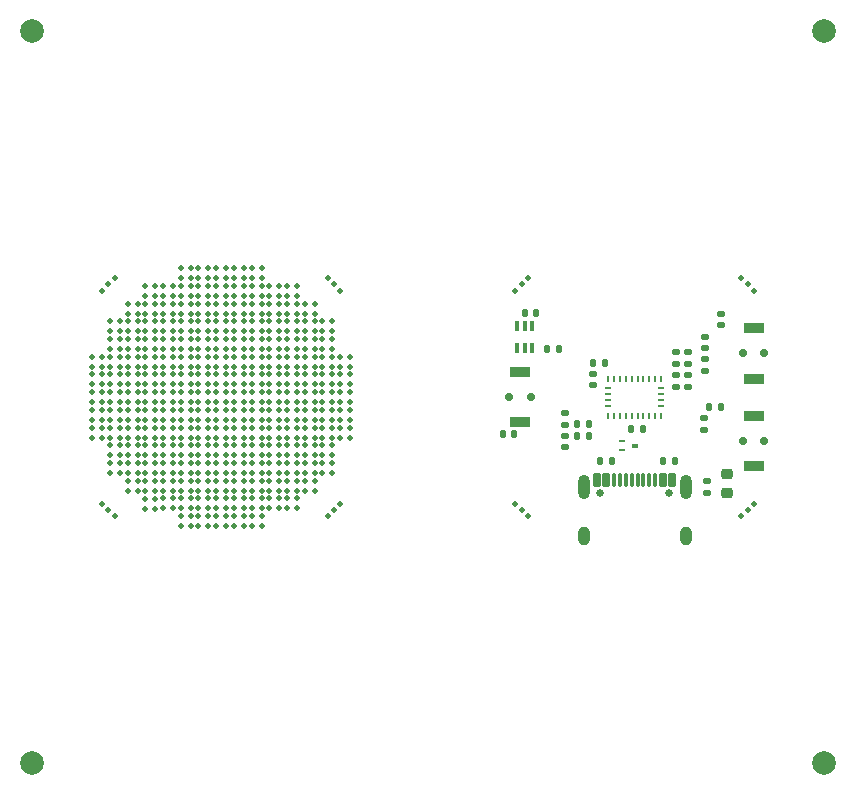
<source format=gbr>
%TF.GenerationSoftware,KiCad,Pcbnew,8.0.2-1*%
%TF.CreationDate,2025-04-12T14:57:52-07:00*%
%TF.ProjectId,Small_Pendant,536d616c-6c5f-4506-956e-64616e742e6b,rev?*%
%TF.SameCoordinates,Original*%
%TF.FileFunction,Soldermask,Top*%
%TF.FilePolarity,Negative*%
%FSLAX46Y46*%
G04 Gerber Fmt 4.6, Leading zero omitted, Abs format (unit mm)*
G04 Created by KiCad (PCBNEW 8.0.2-1) date 2025-04-12 14:57:52*
%MOMM*%
%LPD*%
G01*
G04 APERTURE LIST*
G04 Aperture macros list*
%AMRoundRect*
0 Rectangle with rounded corners*
0 $1 Rounding radius*
0 $2 $3 $4 $5 $6 $7 $8 $9 X,Y pos of 4 corners*
0 Add a 4 corners polygon primitive as box body*
4,1,4,$2,$3,$4,$5,$6,$7,$8,$9,$2,$3,0*
0 Add four circle primitives for the rounded corners*
1,1,$1+$1,$2,$3*
1,1,$1+$1,$4,$5*
1,1,$1+$1,$6,$7*
1,1,$1+$1,$8,$9*
0 Add four rect primitives between the rounded corners*
20,1,$1+$1,$2,$3,$4,$5,0*
20,1,$1+$1,$4,$5,$6,$7,0*
20,1,$1+$1,$6,$7,$8,$9,0*
20,1,$1+$1,$8,$9,$2,$3,0*%
G04 Aperture macros list end*
%ADD10C,2.000000*%
%ADD11RoundRect,0.112500X-0.112500X-0.112500X0.112500X-0.112500X0.112500X0.112500X-0.112500X0.112500X0*%
%ADD12RoundRect,0.112500X0.112500X0.112500X-0.112500X0.112500X-0.112500X-0.112500X0.112500X-0.112500X0*%
%ADD13C,0.700000*%
%ADD14R,1.700000X0.845000*%
%ADD15R,1.700000X0.850000*%
%ADD16RoundRect,0.135000X0.185000X-0.135000X0.185000X0.135000X-0.185000X0.135000X-0.185000X-0.135000X0*%
%ADD17RoundRect,0.140000X-0.170000X0.140000X-0.170000X-0.140000X0.170000X-0.140000X0.170000X0.140000X0*%
%ADD18RoundRect,0.140000X0.170000X-0.140000X0.170000X0.140000X-0.170000X0.140000X-0.170000X-0.140000X0*%
%ADD19RoundRect,0.140000X-0.140000X-0.170000X0.140000X-0.170000X0.140000X0.170000X-0.140000X0.170000X0*%
%ADD20RoundRect,0.135000X-0.185000X0.135000X-0.185000X-0.135000X0.185000X-0.135000X0.185000X0.135000X0*%
%ADD21C,0.650000*%
%ADD22RoundRect,0.060000X-0.240000X-0.515000X0.240000X-0.515000X0.240000X0.515000X-0.240000X0.515000X0*%
%ADD23RoundRect,0.030000X-0.120000X-0.545000X0.120000X-0.545000X0.120000X0.545000X-0.120000X0.545000X0*%
%ADD24O,1.000000X2.100000*%
%ADD25O,1.000000X1.600000*%
%ADD26R,0.250000X0.500000*%
%ADD27R,0.500000X0.250000*%
%ADD28C,0.500000*%
%ADD29RoundRect,0.140000X0.140000X0.170000X-0.140000X0.170000X-0.140000X-0.170000X0.140000X-0.170000X0*%
%ADD30RoundRect,0.135000X-0.135000X-0.185000X0.135000X-0.185000X0.135000X0.185000X-0.135000X0.185000X0*%
%ADD31R,0.320000X0.840000*%
%ADD32RoundRect,0.218750X-0.256250X0.218750X-0.256250X-0.218750X0.256250X-0.218750X0.256250X0.218750X0*%
%ADD33R,0.490000X0.290000*%
%ADD34R,0.490000X0.430000*%
%ADD35RoundRect,0.135000X0.135000X0.185000X-0.135000X0.185000X-0.135000X-0.185000X0.135000X-0.185000X0*%
G04 APERTURE END LIST*
D10*
%TO.C,REF\u002A\u002A*%
X101000000Y-34000000D03*
%TD*%
D11*
%TO.C,D135*%
X51075000Y-69075000D03*
X51925000Y-69075000D03*
X51075000Y-69925000D03*
X51925000Y-69925000D03*
%TD*%
D12*
%TO.C,D14*%
X51925000Y-56425000D03*
X51075000Y-56425000D03*
X51925000Y-55575000D03*
X51075000Y-55575000D03*
%TD*%
%TO.C,D115*%
X39925000Y-68425000D03*
X39075000Y-68425000D03*
X39925000Y-67575000D03*
X39075000Y-67575000D03*
%TD*%
%TO.C,D152*%
X54925000Y-71425000D03*
X54075000Y-71425000D03*
X54925000Y-70575000D03*
X54075000Y-70575000D03*
%TD*%
%TO.C,D171*%
X50425000Y-74425000D03*
X49575000Y-74425000D03*
X50425000Y-73575000D03*
X49575000Y-73575000D03*
%TD*%
D13*
%TO.C,SW2*%
X94200000Y-61300000D03*
X96000000Y-61300000D03*
D14*
X95100000Y-63427500D03*
D15*
X95100000Y-59175000D03*
%TD*%
D11*
%TO.C,D50*%
X46575000Y-60075000D03*
X47425000Y-60075000D03*
X46575000Y-60925000D03*
X47425000Y-60925000D03*
%TD*%
%TO.C,D138*%
X46575000Y-69075000D03*
X47425000Y-69075000D03*
X46575000Y-69925000D03*
X47425000Y-69925000D03*
%TD*%
D12*
%TO.C,D98*%
X59425000Y-65425000D03*
X58575000Y-65425000D03*
X59425000Y-64575000D03*
X58575000Y-64575000D03*
%TD*%
D16*
%TO.C,R2*%
X89500000Y-64110000D03*
X89500000Y-63090000D03*
%TD*%
D12*
%TO.C,D87*%
X42925000Y-65425000D03*
X42075000Y-65425000D03*
X42925000Y-64575000D03*
X42075000Y-64575000D03*
%TD*%
%TO.C,D174*%
X54925000Y-74425000D03*
X54075000Y-74425000D03*
X54925000Y-73575000D03*
X54075000Y-73575000D03*
%TD*%
D11*
%TO.C,D176*%
X52575000Y-75075000D03*
X53425000Y-75075000D03*
X52575000Y-75925000D03*
X53425000Y-75925000D03*
%TD*%
D12*
%TO.C,D29*%
X41425000Y-59425000D03*
X40575000Y-59425000D03*
X41425000Y-58575000D03*
X40575000Y-58575000D03*
%TD*%
D10*
%TO.C,REF\u002A\u002A*%
X34000000Y-34000000D03*
%TD*%
D12*
%TO.C,D34*%
X48925000Y-59425000D03*
X48075000Y-59425000D03*
X48925000Y-58575000D03*
X48075000Y-58575000D03*
%TD*%
D17*
%TO.C,C6*%
X79100000Y-66370000D03*
X79100000Y-67330000D03*
%TD*%
D11*
%TO.C,D79*%
X46575000Y-63075000D03*
X47425000Y-63075000D03*
X46575000Y-63925000D03*
X47425000Y-63925000D03*
%TD*%
%TO.C,D159*%
X52575000Y-72075000D03*
X53425000Y-72075000D03*
X52575000Y-72925000D03*
X53425000Y-72925000D03*
%TD*%
D12*
%TO.C,D124*%
X53425000Y-68425000D03*
X52575000Y-68425000D03*
X53425000Y-67575000D03*
X52575000Y-67575000D03*
%TD*%
%TO.C,D95*%
X54925000Y-65425000D03*
X54075000Y-65425000D03*
X54925000Y-64575000D03*
X54075000Y-64575000D03*
%TD*%
D11*
%TO.C,D28*%
X42075000Y-57075000D03*
X42925000Y-57075000D03*
X42075000Y-57925000D03*
X42925000Y-57925000D03*
%TD*%
D12*
%TO.C,D85*%
X39925000Y-65425000D03*
X39075000Y-65425000D03*
X39925000Y-64575000D03*
X39075000Y-64575000D03*
%TD*%
%TO.C,D38*%
X54925000Y-59425000D03*
X54075000Y-59425000D03*
X54925000Y-58575000D03*
X54075000Y-58575000D03*
%TD*%
%TO.C,D88*%
X44425000Y-65425000D03*
X43575000Y-65425000D03*
X44425000Y-64575000D03*
X43575000Y-64575000D03*
%TD*%
D11*
%TO.C,D77*%
X49575000Y-63075000D03*
X50425000Y-63075000D03*
X49575000Y-63925000D03*
X50425000Y-63925000D03*
%TD*%
D18*
%TO.C,C4*%
X92300000Y-58880000D03*
X92300000Y-57920000D03*
%TD*%
D12*
%TO.C,D155*%
X59425000Y-71425000D03*
X58575000Y-71425000D03*
X59425000Y-70575000D03*
X58575000Y-70575000D03*
%TD*%
D19*
%TO.C,C14*%
X77620000Y-60900000D03*
X78580000Y-60900000D03*
%TD*%
D18*
%TO.C,C1*%
X88500000Y-62180000D03*
X88500000Y-61220000D03*
%TD*%
D12*
%TO.C,D30*%
X42925000Y-59425000D03*
X42075000Y-59425000D03*
X42925000Y-58575000D03*
X42075000Y-58575000D03*
%TD*%
%TO.C,D63*%
X51925000Y-62425000D03*
X51075000Y-62425000D03*
X51925000Y-61575000D03*
X51075000Y-61575000D03*
%TD*%
%TO.C,D58*%
X44425000Y-62425000D03*
X43575000Y-62425000D03*
X44425000Y-61575000D03*
X43575000Y-61575000D03*
%TD*%
%TO.C,D15*%
X53425000Y-56425000D03*
X52575000Y-56425000D03*
X53425000Y-55575000D03*
X52575000Y-55575000D03*
%TD*%
D11*
%TO.C,D53*%
X42075000Y-60075000D03*
X42925000Y-60075000D03*
X42075000Y-60925000D03*
X42925000Y-60925000D03*
%TD*%
%TO.C,D157*%
X55575000Y-72075000D03*
X56425000Y-72075000D03*
X55575000Y-72925000D03*
X56425000Y-72925000D03*
%TD*%
D12*
%TO.C,D9*%
X44425000Y-56425000D03*
X43575000Y-56425000D03*
X44425000Y-55575000D03*
X43575000Y-55575000D03*
%TD*%
D20*
%TO.C,R8*%
X90900000Y-66790000D03*
X90900000Y-67810000D03*
%TD*%
D21*
%TO.C,J1*%
X82110000Y-73090000D03*
X87890000Y-73090000D03*
D22*
X81800000Y-71990000D03*
X82600000Y-71990000D03*
D23*
X83750000Y-71990000D03*
X84750000Y-71990000D03*
X85250000Y-71990000D03*
X86250000Y-71990000D03*
D22*
X87400000Y-71990000D03*
X88200000Y-71990000D03*
X88200000Y-71990000D03*
X87400000Y-71990000D03*
D23*
X86750000Y-71990000D03*
X85750000Y-71990000D03*
X84250000Y-71990000D03*
X83250000Y-71990000D03*
D22*
X82600000Y-71990000D03*
X81800000Y-71990000D03*
D24*
X80680000Y-72590000D03*
X89320000Y-72590000D03*
D25*
X89320000Y-76770000D03*
X80680000Y-76770000D03*
%TD*%
D12*
%TO.C,D145*%
X44425000Y-71425000D03*
X43575000Y-71425000D03*
X44425000Y-70575000D03*
X43575000Y-70575000D03*
%TD*%
D26*
%TO.C,U3*%
X82750000Y-63440000D03*
D27*
X82750000Y-64250000D03*
X82750000Y-64750000D03*
X82750000Y-65250000D03*
X82750000Y-65750000D03*
D26*
X82750000Y-66560000D03*
X83250000Y-66560000D03*
X83750000Y-66560000D03*
X84250000Y-66560000D03*
X84750000Y-66560000D03*
X85250000Y-66560000D03*
X85750000Y-66560000D03*
X86250000Y-66560000D03*
X86750000Y-66560000D03*
X87250000Y-66560000D03*
D27*
X87250000Y-65750000D03*
X87250000Y-65250000D03*
X87250000Y-64750000D03*
X87250000Y-64250000D03*
D26*
X87250000Y-63440000D03*
X86750000Y-63440000D03*
X86250000Y-63440000D03*
X85750000Y-63440000D03*
X85250000Y-63440000D03*
X84750000Y-63440000D03*
X84250000Y-63440000D03*
X83750000Y-63440000D03*
X83250000Y-63440000D03*
%TD*%
D12*
%TO.C,D86*%
X41425000Y-65425000D03*
X40575000Y-65425000D03*
X41425000Y-64575000D03*
X40575000Y-64575000D03*
%TD*%
%TO.C,D66*%
X56425000Y-62425000D03*
X55575000Y-62425000D03*
X56425000Y-61575000D03*
X55575000Y-61575000D03*
%TD*%
D11*
%TO.C,D83*%
X40575000Y-63075000D03*
X41425000Y-63075000D03*
X40575000Y-63925000D03*
X41425000Y-63925000D03*
%TD*%
D12*
%TO.C,D32*%
X45925000Y-59425000D03*
X45075000Y-59425000D03*
X45925000Y-58575000D03*
X45075000Y-58575000D03*
%TD*%
D11*
%TO.C,D104*%
X54075000Y-66075000D03*
X54925000Y-66075000D03*
X54075000Y-66925000D03*
X54925000Y-66925000D03*
%TD*%
%TO.C,D112*%
X42075000Y-66075000D03*
X42925000Y-66075000D03*
X42075000Y-66925000D03*
X42925000Y-66925000D03*
%TD*%
D28*
%TO.C,mouse-bite-2mm-slot*%
X39919289Y-55979949D03*
X40431942Y-55431942D03*
X40979949Y-54919289D03*
%TD*%
D20*
%TO.C,R1*%
X88500000Y-63090000D03*
X88500000Y-64110000D03*
%TD*%
D10*
%TO.C,REF\u002A\u002A*%
X34000000Y-96000000D03*
%TD*%
D28*
%TO.C,mouse-bite-2mm-slot*%
X40979949Y-75080711D03*
X40431942Y-74568058D03*
X39919289Y-74020051D03*
%TD*%
D11*
%TO.C,D137*%
X48075000Y-69075000D03*
X48925000Y-69075000D03*
X48075000Y-69925000D03*
X48925000Y-69925000D03*
%TD*%
D12*
%TO.C,D148*%
X48925000Y-71425000D03*
X48075000Y-71425000D03*
X48925000Y-70575000D03*
X48075000Y-70575000D03*
%TD*%
%TO.C,D67*%
X57925000Y-62425000D03*
X57075000Y-62425000D03*
X57925000Y-61575000D03*
X57075000Y-61575000D03*
%TD*%
D11*
%TO.C,D111*%
X43575000Y-66075000D03*
X44425000Y-66075000D03*
X43575000Y-66925000D03*
X44425000Y-66925000D03*
%TD*%
D29*
%TO.C,C5*%
X74780000Y-68100000D03*
X73820000Y-68100000D03*
%TD*%
D18*
%TO.C,C3*%
X90950000Y-60860000D03*
X90950000Y-59900000D03*
%TD*%
D11*
%TO.C,D108*%
X48075000Y-66075000D03*
X48925000Y-66075000D03*
X48075000Y-66925000D03*
X48925000Y-66925000D03*
%TD*%
%TO.C,D8*%
X46575000Y-54075000D03*
X47425000Y-54075000D03*
X46575000Y-54925000D03*
X47425000Y-54925000D03*
%TD*%
D30*
%TO.C,R6*%
X80090000Y-68300000D03*
X81110000Y-68300000D03*
%TD*%
D11*
%TO.C,D163*%
X46575000Y-72075000D03*
X47425000Y-72075000D03*
X46575000Y-72925000D03*
X47425000Y-72925000D03*
%TD*%
D13*
%TO.C,SW3*%
X96000000Y-68700000D03*
X94200000Y-68700000D03*
D14*
X95100000Y-66572500D03*
D15*
X95100000Y-70825000D03*
%TD*%
D11*
%TO.C,D7*%
X48075000Y-54075000D03*
X48925000Y-54075000D03*
X48075000Y-54925000D03*
X48925000Y-54925000D03*
%TD*%
D31*
%TO.C,U4*%
X76350000Y-58950000D03*
X75700000Y-58950000D03*
X75050000Y-58950000D03*
X75050000Y-60850000D03*
X75700000Y-60850000D03*
X76350000Y-60850000D03*
%TD*%
D12*
%TO.C,D31*%
X44425000Y-59425000D03*
X43575000Y-59425000D03*
X44425000Y-58575000D03*
X43575000Y-58575000D03*
%TD*%
D11*
%TO.C,D80*%
X45075000Y-63075000D03*
X45925000Y-63075000D03*
X45075000Y-63925000D03*
X45925000Y-63925000D03*
%TD*%
%TO.C,D27*%
X43575000Y-57075000D03*
X44425000Y-57075000D03*
X43575000Y-57925000D03*
X44425000Y-57925000D03*
%TD*%
D12*
%TO.C,D36*%
X51925000Y-59425000D03*
X51075000Y-59425000D03*
X51925000Y-58575000D03*
X51075000Y-58575000D03*
%TD*%
D11*
%TO.C,D131*%
X57075000Y-69075000D03*
X57925000Y-69075000D03*
X57075000Y-69925000D03*
X57925000Y-69925000D03*
%TD*%
D28*
%TO.C,mouse-bite-2mm-slot*%
X95080711Y-74020051D03*
X94568058Y-74568058D03*
X94020051Y-75080711D03*
%TD*%
D11*
%TO.C,D156*%
X57075000Y-72075000D03*
X57925000Y-72075000D03*
X57075000Y-72925000D03*
X57925000Y-72925000D03*
%TD*%
D12*
%TO.C,D89*%
X45925000Y-65425000D03*
X45075000Y-65425000D03*
X45925000Y-64575000D03*
X45075000Y-64575000D03*
%TD*%
D11*
%TO.C,D5*%
X51075000Y-54075000D03*
X51925000Y-54075000D03*
X51075000Y-54925000D03*
X51925000Y-54925000D03*
%TD*%
%TO.C,D179*%
X48075000Y-75075000D03*
X48925000Y-75075000D03*
X48075000Y-75925000D03*
X48925000Y-75925000D03*
%TD*%
%TO.C,D177*%
X51075000Y-75075000D03*
X51925000Y-75075000D03*
X51075000Y-75925000D03*
X51925000Y-75925000D03*
%TD*%
D12*
%TO.C,D116*%
X41425000Y-68425000D03*
X40575000Y-68425000D03*
X41425000Y-67575000D03*
X40575000Y-67575000D03*
%TD*%
D11*
%TO.C,D130*%
X58575000Y-69075000D03*
X59425000Y-69075000D03*
X58575000Y-69925000D03*
X59425000Y-69925000D03*
%TD*%
%TO.C,D180*%
X46575000Y-75075000D03*
X47425000Y-75075000D03*
X46575000Y-75925000D03*
X47425000Y-75925000D03*
%TD*%
D12*
%TO.C,D126*%
X56425000Y-68425000D03*
X55575000Y-68425000D03*
X56425000Y-67575000D03*
X55575000Y-67575000D03*
%TD*%
D11*
%TO.C,D140*%
X43575000Y-69075000D03*
X44425000Y-69075000D03*
X43575000Y-69925000D03*
X44425000Y-69925000D03*
%TD*%
D12*
%TO.C,D127*%
X57925000Y-68425000D03*
X57075000Y-68425000D03*
X57925000Y-67575000D03*
X57075000Y-67575000D03*
%TD*%
D11*
%TO.C,D165*%
X43575000Y-72075000D03*
X44425000Y-72075000D03*
X43575000Y-72925000D03*
X44425000Y-72925000D03*
%TD*%
D12*
%TO.C,D57*%
X42925000Y-62425000D03*
X42075000Y-62425000D03*
X42925000Y-61575000D03*
X42075000Y-61575000D03*
%TD*%
D11*
%TO.C,D51*%
X45075000Y-60075000D03*
X45925000Y-60075000D03*
X45075000Y-60925000D03*
X45925000Y-60925000D03*
%TD*%
D12*
%TO.C,D62*%
X50425000Y-62425000D03*
X49575000Y-62425000D03*
X50425000Y-61575000D03*
X49575000Y-61575000D03*
%TD*%
%TO.C,D90*%
X47425000Y-65425000D03*
X46575000Y-65425000D03*
X47425000Y-64575000D03*
X46575000Y-64575000D03*
%TD*%
D11*
%TO.C,D54*%
X40575000Y-60075000D03*
X41425000Y-60075000D03*
X40575000Y-60925000D03*
X41425000Y-60925000D03*
%TD*%
D19*
%TO.C,C10*%
X81520000Y-62100000D03*
X82480000Y-62100000D03*
%TD*%
D12*
%TO.C,D16*%
X54925000Y-56425000D03*
X54075000Y-56425000D03*
X54925000Y-55575000D03*
X54075000Y-55575000D03*
%TD*%
%TO.C,D69*%
X60925000Y-62425000D03*
X60075000Y-62425000D03*
X60925000Y-61575000D03*
X60075000Y-61575000D03*
%TD*%
D30*
%TO.C,R5*%
X80090000Y-67300000D03*
X81110000Y-67300000D03*
%TD*%
D19*
%TO.C,C12*%
X84720000Y-67700000D03*
X85680000Y-67700000D03*
%TD*%
D11*
%TO.C,D178*%
X49575000Y-75075000D03*
X50425000Y-75075000D03*
X49575000Y-75925000D03*
X50425000Y-75925000D03*
%TD*%
%TO.C,D164*%
X45075000Y-72075000D03*
X45925000Y-72075000D03*
X45075000Y-72925000D03*
X45925000Y-72925000D03*
%TD*%
D32*
%TO.C,D3*%
X92800000Y-71535000D03*
X92800000Y-73110000D03*
%TD*%
D11*
%TO.C,D158*%
X54075000Y-72075000D03*
X54925000Y-72075000D03*
X54075000Y-72925000D03*
X54925000Y-72925000D03*
%TD*%
%TO.C,D42*%
X58575000Y-60075000D03*
X59425000Y-60075000D03*
X58575000Y-60925000D03*
X59425000Y-60925000D03*
%TD*%
D12*
%TO.C,D146*%
X45925000Y-71425000D03*
X45075000Y-71425000D03*
X45925000Y-70575000D03*
X45075000Y-70575000D03*
%TD*%
%TO.C,D94*%
X53425000Y-65425000D03*
X52575000Y-65425000D03*
X53425000Y-64575000D03*
X52575000Y-64575000D03*
%TD*%
D28*
%TO.C,mouse-bite-2mm-slot*%
X60080711Y-74020051D03*
X59568058Y-74568058D03*
X59020051Y-75080711D03*
%TD*%
D12*
%TO.C,D97*%
X57925000Y-65425000D03*
X57075000Y-65425000D03*
X57925000Y-64575000D03*
X57075000Y-64575000D03*
%TD*%
%TO.C,D17*%
X56425000Y-56425000D03*
X55575000Y-56425000D03*
X56425000Y-55575000D03*
X55575000Y-55575000D03*
%TD*%
%TO.C,D149*%
X50425000Y-71425000D03*
X49575000Y-71425000D03*
X50425000Y-70575000D03*
X49575000Y-70575000D03*
%TD*%
D11*
%TO.C,D23*%
X49575000Y-57075000D03*
X50425000Y-57075000D03*
X49575000Y-57925000D03*
X50425000Y-57925000D03*
%TD*%
D12*
%TO.C,D55*%
X39925000Y-62425000D03*
X39075000Y-62425000D03*
X39925000Y-61575000D03*
X39075000Y-61575000D03*
%TD*%
%TO.C,D170*%
X48925000Y-74425000D03*
X48075000Y-74425000D03*
X48925000Y-73575000D03*
X48075000Y-73575000D03*
%TD*%
D28*
%TO.C,mouse-bite-2mm-slot*%
X74919289Y-55979949D03*
X75431942Y-55431942D03*
X75979949Y-54919289D03*
%TD*%
D11*
%TO.C,D139*%
X45075000Y-69075000D03*
X45925000Y-69075000D03*
X45075000Y-69925000D03*
X45925000Y-69925000D03*
%TD*%
%TO.C,D26*%
X45075000Y-57075000D03*
X45925000Y-57075000D03*
X45075000Y-57925000D03*
X45925000Y-57925000D03*
%TD*%
D12*
%TO.C,D13*%
X50425000Y-56425000D03*
X49575000Y-56425000D03*
X50425000Y-55575000D03*
X49575000Y-55575000D03*
%TD*%
%TO.C,D68*%
X59425000Y-62425000D03*
X58575000Y-62425000D03*
X59425000Y-61575000D03*
X58575000Y-61575000D03*
%TD*%
%TO.C,D153*%
X56425000Y-71425000D03*
X55575000Y-71425000D03*
X56425000Y-70575000D03*
X55575000Y-70575000D03*
%TD*%
D11*
%TO.C,D20*%
X54075000Y-57075000D03*
X54925000Y-57075000D03*
X54075000Y-57925000D03*
X54925000Y-57925000D03*
%TD*%
D12*
%TO.C,D35*%
X50425000Y-59425000D03*
X49575000Y-59425000D03*
X50425000Y-58575000D03*
X49575000Y-58575000D03*
%TD*%
%TO.C,D173*%
X53425000Y-74425000D03*
X52575000Y-74425000D03*
X53425000Y-73575000D03*
X52575000Y-73575000D03*
%TD*%
D11*
%TO.C,D48*%
X49575000Y-60075000D03*
X50425000Y-60075000D03*
X49575000Y-60925000D03*
X50425000Y-60925000D03*
%TD*%
%TO.C,D74*%
X54075000Y-63075000D03*
X54925000Y-63075000D03*
X54075000Y-63925000D03*
X54925000Y-63925000D03*
%TD*%
D12*
%TO.C,D33*%
X47425000Y-59425000D03*
X46575000Y-59425000D03*
X47425000Y-58575000D03*
X46575000Y-58575000D03*
%TD*%
D28*
%TO.C,mouse-bite-2mm-slot*%
X75979949Y-75080711D03*
X75431942Y-74568058D03*
X74919289Y-74020051D03*
%TD*%
D11*
%TO.C,D52*%
X43575000Y-60075000D03*
X44425000Y-60075000D03*
X43575000Y-60925000D03*
X44425000Y-60925000D03*
%TD*%
D28*
%TO.C,mouse-bite-2mm-slot*%
X94020051Y-54919289D03*
X94568058Y-55431942D03*
X95080711Y-55979949D03*
%TD*%
D11*
%TO.C,D100*%
X60075000Y-66075000D03*
X60925000Y-66075000D03*
X60075000Y-66925000D03*
X60925000Y-66925000D03*
%TD*%
D12*
%TO.C,D121*%
X48925000Y-68425000D03*
X48075000Y-68425000D03*
X48925000Y-67575000D03*
X48075000Y-67575000D03*
%TD*%
%TO.C,D168*%
X45925000Y-74425000D03*
X45075000Y-74425000D03*
X45925000Y-73575000D03*
X45075000Y-73575000D03*
%TD*%
D18*
%TO.C,C2*%
X89500000Y-62180000D03*
X89500000Y-61220000D03*
%TD*%
D11*
%TO.C,D133*%
X54075000Y-69075000D03*
X54925000Y-69075000D03*
X54075000Y-69925000D03*
X54925000Y-69925000D03*
%TD*%
%TO.C,D101*%
X58575000Y-66075000D03*
X59425000Y-66075000D03*
X58575000Y-66925000D03*
X59425000Y-66925000D03*
%TD*%
%TO.C,D18*%
X57075000Y-57075000D03*
X57925000Y-57075000D03*
X57075000Y-57925000D03*
X57925000Y-57925000D03*
%TD*%
D12*
%TO.C,D118*%
X44425000Y-68425000D03*
X43575000Y-68425000D03*
X44425000Y-67575000D03*
X43575000Y-67575000D03*
%TD*%
%TO.C,D41*%
X59425000Y-59425000D03*
X58575000Y-59425000D03*
X59425000Y-58575000D03*
X58575000Y-58575000D03*
%TD*%
%TO.C,D123*%
X51925000Y-68425000D03*
X51075000Y-68425000D03*
X51925000Y-67575000D03*
X51075000Y-67575000D03*
%TD*%
D11*
%TO.C,D82*%
X42075000Y-63075000D03*
X42925000Y-63075000D03*
X42075000Y-63925000D03*
X42925000Y-63925000D03*
%TD*%
D12*
%TO.C,D99*%
X60925000Y-65425000D03*
X60075000Y-65425000D03*
X60925000Y-64575000D03*
X60075000Y-64575000D03*
%TD*%
%TO.C,D119*%
X45925000Y-68425000D03*
X45075000Y-68425000D03*
X45925000Y-67575000D03*
X45075000Y-67575000D03*
%TD*%
%TO.C,D39*%
X56425000Y-59425000D03*
X55575000Y-59425000D03*
X56425000Y-58575000D03*
X55575000Y-58575000D03*
%TD*%
D11*
%TO.C,D76*%
X51075000Y-63075000D03*
X51925000Y-63075000D03*
X51075000Y-63925000D03*
X51925000Y-63925000D03*
%TD*%
%TO.C,D107*%
X49575000Y-66075000D03*
X50425000Y-66075000D03*
X49575000Y-66925000D03*
X50425000Y-66925000D03*
%TD*%
D12*
%TO.C,D128*%
X59425000Y-68425000D03*
X58575000Y-68425000D03*
X59425000Y-67575000D03*
X58575000Y-67575000D03*
%TD*%
D11*
%TO.C,D113*%
X40575000Y-66075000D03*
X41425000Y-66075000D03*
X40575000Y-66925000D03*
X41425000Y-66925000D03*
%TD*%
%TO.C,D136*%
X49575000Y-69075000D03*
X50425000Y-69075000D03*
X49575000Y-69925000D03*
X50425000Y-69925000D03*
%TD*%
%TO.C,D24*%
X48075000Y-57075000D03*
X48925000Y-57075000D03*
X48075000Y-57925000D03*
X48925000Y-57925000D03*
%TD*%
%TO.C,D105*%
X52575000Y-66075000D03*
X53425000Y-66075000D03*
X52575000Y-66925000D03*
X53425000Y-66925000D03*
%TD*%
D12*
%TO.C,D10*%
X45925000Y-56425000D03*
X45075000Y-56425000D03*
X45925000Y-55575000D03*
X45075000Y-55575000D03*
%TD*%
D11*
%TO.C,D141*%
X42075000Y-69075000D03*
X42925000Y-69075000D03*
X42075000Y-69925000D03*
X42925000Y-69925000D03*
%TD*%
D33*
%TO.C,D1*%
X83970000Y-68700000D03*
X83970000Y-69500000D03*
D34*
X85030000Y-69100000D03*
%TD*%
D11*
%TO.C,D70*%
X60075000Y-63075000D03*
X60925000Y-63075000D03*
X60075000Y-63925000D03*
X60925000Y-63925000D03*
%TD*%
D29*
%TO.C,C13*%
X76660000Y-57900000D03*
X75700000Y-57900000D03*
%TD*%
D11*
%TO.C,D73*%
X55575000Y-63075000D03*
X56425000Y-63075000D03*
X55575000Y-63925000D03*
X56425000Y-63925000D03*
%TD*%
%TO.C,D142*%
X40575000Y-69075000D03*
X41425000Y-69075000D03*
X40575000Y-69925000D03*
X41425000Y-69925000D03*
%TD*%
%TO.C,D106*%
X51075000Y-66075000D03*
X51925000Y-66075000D03*
X51075000Y-66925000D03*
X51925000Y-66925000D03*
%TD*%
D10*
%TO.C,REF\u002A\u002A*%
X101000000Y-96000000D03*
%TD*%
D30*
%TO.C,R9*%
X91290000Y-65800000D03*
X92310000Y-65800000D03*
%TD*%
D12*
%TO.C,D91*%
X48925000Y-65425000D03*
X48075000Y-65425000D03*
X48925000Y-64575000D03*
X48075000Y-64575000D03*
%TD*%
%TO.C,D154*%
X57925000Y-71425000D03*
X57075000Y-71425000D03*
X57925000Y-70575000D03*
X57075000Y-70575000D03*
%TD*%
%TO.C,D125*%
X54925000Y-68425000D03*
X54075000Y-68425000D03*
X54925000Y-67575000D03*
X54075000Y-67575000D03*
%TD*%
%TO.C,D117*%
X42925000Y-68425000D03*
X42075000Y-68425000D03*
X42925000Y-67575000D03*
X42075000Y-67575000D03*
%TD*%
%TO.C,D120*%
X47425000Y-68425000D03*
X46575000Y-68425000D03*
X47425000Y-67575000D03*
X46575000Y-67575000D03*
%TD*%
%TO.C,D60*%
X47425000Y-62425000D03*
X46575000Y-62425000D03*
X47425000Y-61575000D03*
X46575000Y-61575000D03*
%TD*%
D28*
%TO.C,mouse-bite-2mm-slot*%
X59020051Y-54919289D03*
X59568058Y-55431942D03*
X60080711Y-55979949D03*
%TD*%
D16*
%TO.C,R4*%
X91100000Y-73110000D03*
X91100000Y-72090000D03*
%TD*%
D11*
%TO.C,D109*%
X46575000Y-66075000D03*
X47425000Y-66075000D03*
X46575000Y-66925000D03*
X47425000Y-66925000D03*
%TD*%
D12*
%TO.C,D169*%
X47425000Y-74425000D03*
X46575000Y-74425000D03*
X47425000Y-73575000D03*
X46575000Y-73575000D03*
%TD*%
%TO.C,D151*%
X53425000Y-71425000D03*
X52575000Y-71425000D03*
X53425000Y-70575000D03*
X52575000Y-70575000D03*
%TD*%
%TO.C,D147*%
X47425000Y-71425000D03*
X46575000Y-71425000D03*
X47425000Y-70575000D03*
X46575000Y-70575000D03*
%TD*%
D16*
%TO.C,R3*%
X90950000Y-62820000D03*
X90950000Y-61800000D03*
%TD*%
D12*
%TO.C,D129*%
X60925000Y-68425000D03*
X60075000Y-68425000D03*
X60925000Y-67575000D03*
X60075000Y-67575000D03*
%TD*%
D11*
%TO.C,D4*%
X52575000Y-54075000D03*
X53425000Y-54075000D03*
X52575000Y-54925000D03*
X53425000Y-54925000D03*
%TD*%
D12*
%TO.C,D143*%
X41425000Y-71425000D03*
X40575000Y-71425000D03*
X41425000Y-70575000D03*
X40575000Y-70575000D03*
%TD*%
%TO.C,D40*%
X57925000Y-59425000D03*
X57075000Y-59425000D03*
X57925000Y-58575000D03*
X57075000Y-58575000D03*
%TD*%
D11*
%TO.C,D81*%
X43575000Y-63075000D03*
X44425000Y-63075000D03*
X43575000Y-63925000D03*
X44425000Y-63925000D03*
%TD*%
%TO.C,D102*%
X57075000Y-66075000D03*
X57925000Y-66075000D03*
X57075000Y-66925000D03*
X57925000Y-66925000D03*
%TD*%
D12*
%TO.C,D172*%
X51925000Y-74425000D03*
X51075000Y-74425000D03*
X51925000Y-73575000D03*
X51075000Y-73575000D03*
%TD*%
D11*
%TO.C,D71*%
X58575000Y-63075000D03*
X59425000Y-63075000D03*
X58575000Y-63925000D03*
X59425000Y-63925000D03*
%TD*%
D35*
%TO.C,R11*%
X83110000Y-70400000D03*
X82090000Y-70400000D03*
%TD*%
D11*
%TO.C,D45*%
X54075000Y-60075000D03*
X54925000Y-60075000D03*
X54075000Y-60925000D03*
X54925000Y-60925000D03*
%TD*%
%TO.C,D6*%
X49575000Y-54075000D03*
X50425000Y-54075000D03*
X49575000Y-54925000D03*
X50425000Y-54925000D03*
%TD*%
D12*
%TO.C,D96*%
X56425000Y-65425000D03*
X55575000Y-65425000D03*
X56425000Y-64575000D03*
X55575000Y-64575000D03*
%TD*%
D11*
%TO.C,D75*%
X52575000Y-63075000D03*
X53425000Y-63075000D03*
X52575000Y-63925000D03*
X53425000Y-63925000D03*
%TD*%
%TO.C,D132*%
X55575000Y-69075000D03*
X56425000Y-69075000D03*
X55575000Y-69925000D03*
X56425000Y-69925000D03*
%TD*%
%TO.C,D25*%
X46575000Y-57075000D03*
X47425000Y-57075000D03*
X46575000Y-57925000D03*
X47425000Y-57925000D03*
%TD*%
D12*
%TO.C,D12*%
X48925000Y-56425000D03*
X48075000Y-56425000D03*
X48925000Y-55575000D03*
X48075000Y-55575000D03*
%TD*%
%TO.C,D175*%
X56425000Y-74425000D03*
X55575000Y-74425000D03*
X56425000Y-73575000D03*
X55575000Y-73575000D03*
%TD*%
D11*
%TO.C,D114*%
X39075000Y-66075000D03*
X39925000Y-66075000D03*
X39075000Y-66925000D03*
X39925000Y-66925000D03*
%TD*%
%TO.C,D43*%
X57075000Y-60075000D03*
X57925000Y-60075000D03*
X57075000Y-60925000D03*
X57925000Y-60925000D03*
%TD*%
D12*
%TO.C,D64*%
X53425000Y-62425000D03*
X52575000Y-62425000D03*
X53425000Y-61575000D03*
X52575000Y-61575000D03*
%TD*%
%TO.C,D59*%
X45925000Y-62425000D03*
X45075000Y-62425000D03*
X45925000Y-61575000D03*
X45075000Y-61575000D03*
%TD*%
D30*
%TO.C,R10*%
X87390000Y-70400000D03*
X88410000Y-70400000D03*
%TD*%
D12*
%TO.C,D144*%
X42925000Y-71425000D03*
X42075000Y-71425000D03*
X42925000Y-70575000D03*
X42075000Y-70575000D03*
%TD*%
D11*
%TO.C,D44*%
X55575000Y-60075000D03*
X56425000Y-60075000D03*
X55575000Y-60925000D03*
X56425000Y-60925000D03*
%TD*%
D12*
%TO.C,D150*%
X51925000Y-71425000D03*
X51075000Y-71425000D03*
X51925000Y-70575000D03*
X51075000Y-70575000D03*
%TD*%
%TO.C,D11*%
X47425000Y-56425000D03*
X46575000Y-56425000D03*
X47425000Y-55575000D03*
X46575000Y-55575000D03*
%TD*%
D18*
%TO.C,C7*%
X79100000Y-69230000D03*
X79100000Y-68270000D03*
%TD*%
D11*
%TO.C,D161*%
X49575000Y-72075000D03*
X50425000Y-72075000D03*
X49575000Y-72925000D03*
X50425000Y-72925000D03*
%TD*%
D18*
%TO.C,C11*%
X81500000Y-63980000D03*
X81500000Y-63020000D03*
%TD*%
D11*
%TO.C,D19*%
X55575000Y-57075000D03*
X56425000Y-57075000D03*
X55575000Y-57925000D03*
X56425000Y-57925000D03*
%TD*%
%TO.C,D46*%
X52575000Y-60075000D03*
X53425000Y-60075000D03*
X52575000Y-60925000D03*
X53425000Y-60925000D03*
%TD*%
%TO.C,D160*%
X51075000Y-72075000D03*
X51925000Y-72075000D03*
X51075000Y-72925000D03*
X51925000Y-72925000D03*
%TD*%
%TO.C,D110*%
X45075000Y-66075000D03*
X45925000Y-66075000D03*
X45075000Y-66925000D03*
X45925000Y-66925000D03*
%TD*%
D12*
%TO.C,D65*%
X54925000Y-62425000D03*
X54075000Y-62425000D03*
X54925000Y-61575000D03*
X54075000Y-61575000D03*
%TD*%
D11*
%TO.C,D78*%
X48075000Y-63075000D03*
X48925000Y-63075000D03*
X48075000Y-63925000D03*
X48925000Y-63925000D03*
%TD*%
%TO.C,D49*%
X48075000Y-60075000D03*
X48925000Y-60075000D03*
X48075000Y-60925000D03*
X48925000Y-60925000D03*
%TD*%
D12*
%TO.C,D56*%
X41425000Y-62425000D03*
X40575000Y-62425000D03*
X41425000Y-61575000D03*
X40575000Y-61575000D03*
%TD*%
D11*
%TO.C,D72*%
X57075000Y-63075000D03*
X57925000Y-63075000D03*
X57075000Y-63925000D03*
X57925000Y-63925000D03*
%TD*%
%TO.C,D134*%
X52575000Y-69075000D03*
X53425000Y-69075000D03*
X52575000Y-69925000D03*
X53425000Y-69925000D03*
%TD*%
D12*
%TO.C,D122*%
X50425000Y-68425000D03*
X49575000Y-68425000D03*
X50425000Y-67575000D03*
X49575000Y-67575000D03*
%TD*%
D11*
%TO.C,D84*%
X39075000Y-63075000D03*
X39925000Y-63075000D03*
X39075000Y-63925000D03*
X39925000Y-63925000D03*
%TD*%
D12*
%TO.C,D167*%
X44425000Y-74450000D03*
X43575000Y-74450000D03*
X44425000Y-73600000D03*
X43575000Y-73600000D03*
%TD*%
D11*
%TO.C,D162*%
X48075000Y-72075000D03*
X48925000Y-72075000D03*
X48075000Y-72925000D03*
X48925000Y-72925000D03*
%TD*%
D12*
%TO.C,D92*%
X50425000Y-65425000D03*
X49575000Y-65425000D03*
X50425000Y-64575000D03*
X49575000Y-64575000D03*
%TD*%
D11*
%TO.C,D21*%
X52575000Y-57075000D03*
X53425000Y-57075000D03*
X52575000Y-57925000D03*
X53425000Y-57925000D03*
%TD*%
%TO.C,D103*%
X55575000Y-66075000D03*
X56425000Y-66075000D03*
X55575000Y-66925000D03*
X56425000Y-66925000D03*
%TD*%
D12*
%TO.C,D61*%
X48925000Y-62425000D03*
X48075000Y-62425000D03*
X48925000Y-61575000D03*
X48075000Y-61575000D03*
%TD*%
D11*
%TO.C,D166*%
X42075000Y-72075000D03*
X42925000Y-72075000D03*
X42075000Y-72925000D03*
X42925000Y-72925000D03*
%TD*%
%TO.C,D47*%
X51075000Y-60075000D03*
X51925000Y-60075000D03*
X51075000Y-60925000D03*
X51925000Y-60925000D03*
%TD*%
D12*
%TO.C,D37*%
X53425000Y-59425000D03*
X52575000Y-59425000D03*
X53425000Y-58575000D03*
X52575000Y-58575000D03*
%TD*%
D13*
%TO.C,SW1*%
X76200000Y-65000000D03*
X74400000Y-65000000D03*
D14*
X75300000Y-62872500D03*
D15*
X75300000Y-67125000D03*
%TD*%
D12*
%TO.C,D93*%
X51925000Y-65425000D03*
X51075000Y-65425000D03*
X51925000Y-64575000D03*
X51075000Y-64575000D03*
%TD*%
D11*
%TO.C,D22*%
X51075000Y-57075000D03*
X51925000Y-57075000D03*
X51075000Y-57925000D03*
X51925000Y-57925000D03*
%TD*%
M02*

</source>
